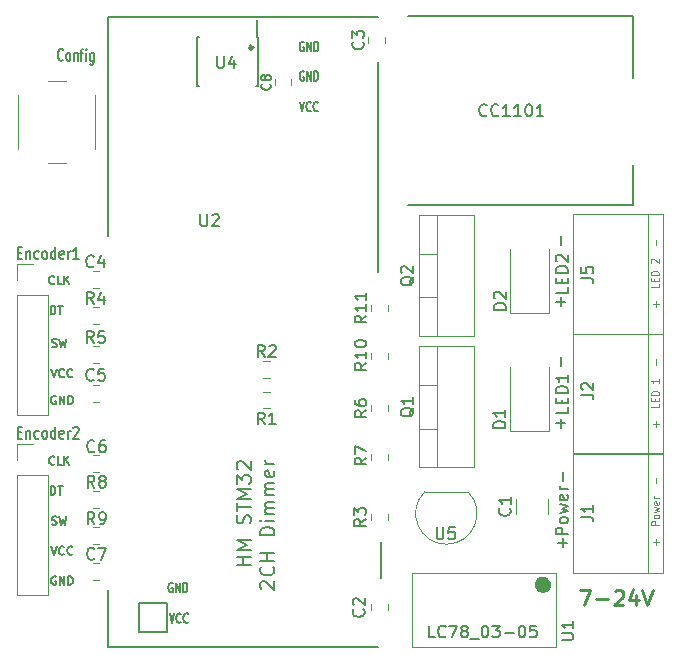
<source format=gto>
G04 #@! TF.GenerationSoftware,KiCad,Pcbnew,(5.1.2)-2*
G04 #@! TF.CreationDate,2019-11-08T23:49:16+01:00*
G04 #@! TF.ProjectId,STM32_2CH_Dimmer,53544d33-325f-4324-9348-5f44696d6d65,rev?*
G04 #@! TF.SameCoordinates,Original*
G04 #@! TF.FileFunction,Legend,Top*
G04 #@! TF.FilePolarity,Positive*
%FSLAX46Y46*%
G04 Gerber Fmt 4.6, Leading zero omitted, Abs format (unit mm)*
G04 Created by KiCad (PCBNEW (5.1.2)-2) date 2019-11-08 23:49:16*
%MOMM*%
%LPD*%
G04 APERTURE LIST*
%ADD10C,0.150000*%
%ADD11C,0.300000*%
%ADD12C,0.125000*%
%ADD13C,0.250000*%
%ADD14C,0.200000*%
%ADD15C,0.120000*%
%ADD16C,1.000000*%
G04 APERTURE END LIST*
D10*
X170500000Y-76261904D02*
X170700000Y-77061904D01*
X170900000Y-76261904D01*
X171442857Y-76985714D02*
X171414285Y-77023809D01*
X171328571Y-77061904D01*
X171271428Y-77061904D01*
X171185714Y-77023809D01*
X171128571Y-76947619D01*
X171100000Y-76871428D01*
X171071428Y-76719047D01*
X171071428Y-76604761D01*
X171100000Y-76452380D01*
X171128571Y-76376190D01*
X171185714Y-76300000D01*
X171271428Y-76261904D01*
X171328571Y-76261904D01*
X171414285Y-76300000D01*
X171442857Y-76338095D01*
X172042857Y-76985714D02*
X172014285Y-77023809D01*
X171928571Y-77061904D01*
X171871428Y-77061904D01*
X171785714Y-77023809D01*
X171728571Y-76947619D01*
X171700000Y-76871428D01*
X171671428Y-76719047D01*
X171671428Y-76604761D01*
X171700000Y-76452380D01*
X171728571Y-76376190D01*
X171785714Y-76300000D01*
X171871428Y-76261904D01*
X171928571Y-76261904D01*
X172014285Y-76300000D01*
X172042857Y-76338095D01*
X170842857Y-73700000D02*
X170785714Y-73661904D01*
X170700000Y-73661904D01*
X170614285Y-73700000D01*
X170557142Y-73776190D01*
X170528571Y-73852380D01*
X170500000Y-74004761D01*
X170500000Y-74119047D01*
X170528571Y-74271428D01*
X170557142Y-74347619D01*
X170614285Y-74423809D01*
X170700000Y-74461904D01*
X170757142Y-74461904D01*
X170842857Y-74423809D01*
X170871428Y-74385714D01*
X170871428Y-74119047D01*
X170757142Y-74119047D01*
X171128571Y-74461904D02*
X171128571Y-73661904D01*
X171471428Y-74461904D01*
X171471428Y-73661904D01*
X171757142Y-74461904D02*
X171757142Y-73661904D01*
X171900000Y-73661904D01*
X171985714Y-73700000D01*
X172042857Y-73776190D01*
X172071428Y-73852380D01*
X172100000Y-74004761D01*
X172100000Y-74119047D01*
X172071428Y-74271428D01*
X172042857Y-74347619D01*
X171985714Y-74423809D01*
X171900000Y-74461904D01*
X171757142Y-74461904D01*
X170842857Y-71200000D02*
X170785714Y-71161904D01*
X170700000Y-71161904D01*
X170614285Y-71200000D01*
X170557142Y-71276190D01*
X170528571Y-71352380D01*
X170500000Y-71504761D01*
X170500000Y-71619047D01*
X170528571Y-71771428D01*
X170557142Y-71847619D01*
X170614285Y-71923809D01*
X170700000Y-71961904D01*
X170757142Y-71961904D01*
X170842857Y-71923809D01*
X170871428Y-71885714D01*
X170871428Y-71619047D01*
X170757142Y-71619047D01*
X171128571Y-71961904D02*
X171128571Y-71161904D01*
X171471428Y-71961904D01*
X171471428Y-71161904D01*
X171757142Y-71961904D02*
X171757142Y-71161904D01*
X171900000Y-71161904D01*
X171985714Y-71200000D01*
X172042857Y-71276190D01*
X172071428Y-71352380D01*
X172100000Y-71504761D01*
X172100000Y-71619047D01*
X172071428Y-71771428D01*
X172042857Y-71847619D01*
X171985714Y-71923809D01*
X171900000Y-71961904D01*
X171757142Y-71961904D01*
X159742857Y-117000000D02*
X159685714Y-116961904D01*
X159600000Y-116961904D01*
X159514285Y-117000000D01*
X159457142Y-117076190D01*
X159428571Y-117152380D01*
X159400000Y-117304761D01*
X159400000Y-117419047D01*
X159428571Y-117571428D01*
X159457142Y-117647619D01*
X159514285Y-117723809D01*
X159600000Y-117761904D01*
X159657142Y-117761904D01*
X159742857Y-117723809D01*
X159771428Y-117685714D01*
X159771428Y-117419047D01*
X159657142Y-117419047D01*
X160028571Y-117761904D02*
X160028571Y-116961904D01*
X160371428Y-117761904D01*
X160371428Y-116961904D01*
X160657142Y-117761904D02*
X160657142Y-116961904D01*
X160800000Y-116961904D01*
X160885714Y-117000000D01*
X160942857Y-117076190D01*
X160971428Y-117152380D01*
X161000000Y-117304761D01*
X161000000Y-117419047D01*
X160971428Y-117571428D01*
X160942857Y-117647619D01*
X160885714Y-117723809D01*
X160800000Y-117761904D01*
X160657142Y-117761904D01*
X159500000Y-119561904D02*
X159700000Y-120361904D01*
X159900000Y-119561904D01*
X160442857Y-120285714D02*
X160414285Y-120323809D01*
X160328571Y-120361904D01*
X160271428Y-120361904D01*
X160185714Y-120323809D01*
X160128571Y-120247619D01*
X160100000Y-120171428D01*
X160071428Y-120019047D01*
X160071428Y-119904761D01*
X160100000Y-119752380D01*
X160128571Y-119676190D01*
X160185714Y-119600000D01*
X160271428Y-119561904D01*
X160328571Y-119561904D01*
X160414285Y-119600000D01*
X160442857Y-119638095D01*
X161042857Y-120285714D02*
X161014285Y-120323809D01*
X160928571Y-120361904D01*
X160871428Y-120361904D01*
X160785714Y-120323809D01*
X160728571Y-120247619D01*
X160700000Y-120171428D01*
X160671428Y-120019047D01*
X160671428Y-119904761D01*
X160700000Y-119752380D01*
X160728571Y-119676190D01*
X160785714Y-119600000D01*
X160871428Y-119561904D01*
X160928571Y-119561904D01*
X161014285Y-119600000D01*
X161042857Y-119638095D01*
X156900000Y-121100000D02*
X156900000Y-118700000D01*
X159300000Y-121100000D02*
X156900000Y-121100000D01*
X159300000Y-118700000D02*
X159300000Y-121100000D01*
X156900000Y-118700000D02*
X159300000Y-118700000D01*
D11*
X166541421Y-71658579D02*
G75*
G03X166541421Y-71658579I-141421J0D01*
G01*
D12*
X200700000Y-113742857D02*
X200700000Y-113285714D01*
X200966666Y-113514285D02*
X200433333Y-113514285D01*
X200966666Y-112085714D02*
X200266666Y-112085714D01*
X200266666Y-111857142D01*
X200300000Y-111800000D01*
X200333333Y-111771428D01*
X200400000Y-111742857D01*
X200500000Y-111742857D01*
X200566666Y-111771428D01*
X200600000Y-111800000D01*
X200633333Y-111857142D01*
X200633333Y-112085714D01*
X200966666Y-111400000D02*
X200933333Y-111457142D01*
X200900000Y-111485714D01*
X200833333Y-111514285D01*
X200633333Y-111514285D01*
X200566666Y-111485714D01*
X200533333Y-111457142D01*
X200500000Y-111400000D01*
X200500000Y-111314285D01*
X200533333Y-111257142D01*
X200566666Y-111228571D01*
X200633333Y-111200000D01*
X200833333Y-111200000D01*
X200900000Y-111228571D01*
X200933333Y-111257142D01*
X200966666Y-111314285D01*
X200966666Y-111400000D01*
X200500000Y-111000000D02*
X200966666Y-110885714D01*
X200633333Y-110771428D01*
X200966666Y-110657142D01*
X200500000Y-110542857D01*
X200933333Y-110085714D02*
X200966666Y-110142857D01*
X200966666Y-110257142D01*
X200933333Y-110314285D01*
X200866666Y-110342857D01*
X200600000Y-110342857D01*
X200533333Y-110314285D01*
X200500000Y-110257142D01*
X200500000Y-110142857D01*
X200533333Y-110085714D01*
X200600000Y-110057142D01*
X200666666Y-110057142D01*
X200733333Y-110342857D01*
X200966666Y-109800000D02*
X200500000Y-109800000D01*
X200633333Y-109800000D02*
X200566666Y-109771428D01*
X200533333Y-109742857D01*
X200500000Y-109685714D01*
X200500000Y-109628571D01*
X200700000Y-108514285D02*
X200700000Y-108057142D01*
X200700000Y-103742857D02*
X200700000Y-103285714D01*
X200966666Y-103514285D02*
X200433333Y-103514285D01*
X200966666Y-101800000D02*
X200966666Y-102085714D01*
X200266666Y-102085714D01*
X200600000Y-101600000D02*
X200600000Y-101400000D01*
X200966666Y-101314285D02*
X200966666Y-101600000D01*
X200266666Y-101600000D01*
X200266666Y-101314285D01*
X200966666Y-101057142D02*
X200266666Y-101057142D01*
X200266666Y-100914285D01*
X200300000Y-100828571D01*
X200366666Y-100771428D01*
X200433333Y-100742857D01*
X200566666Y-100714285D01*
X200666666Y-100714285D01*
X200800000Y-100742857D01*
X200866666Y-100771428D01*
X200933333Y-100828571D01*
X200966666Y-100914285D01*
X200966666Y-101057142D01*
X200966666Y-99685714D02*
X200966666Y-100028571D01*
X200966666Y-99857142D02*
X200266666Y-99857142D01*
X200366666Y-99914285D01*
X200433333Y-99971428D01*
X200466666Y-100028571D01*
X200700000Y-98514285D02*
X200700000Y-98057142D01*
X200650000Y-93592857D02*
X200650000Y-93135714D01*
X200916666Y-93364285D02*
X200383333Y-93364285D01*
X200916666Y-91650000D02*
X200916666Y-91935714D01*
X200216666Y-91935714D01*
X200550000Y-91450000D02*
X200550000Y-91250000D01*
X200916666Y-91164285D02*
X200916666Y-91450000D01*
X200216666Y-91450000D01*
X200216666Y-91164285D01*
X200916666Y-90907142D02*
X200216666Y-90907142D01*
X200216666Y-90764285D01*
X200250000Y-90678571D01*
X200316666Y-90621428D01*
X200383333Y-90592857D01*
X200516666Y-90564285D01*
X200616666Y-90564285D01*
X200750000Y-90592857D01*
X200816666Y-90621428D01*
X200883333Y-90678571D01*
X200916666Y-90764285D01*
X200916666Y-90907142D01*
X200283333Y-89878571D02*
X200250000Y-89850000D01*
X200216666Y-89792857D01*
X200216666Y-89650000D01*
X200250000Y-89592857D01*
X200283333Y-89564285D01*
X200350000Y-89535714D01*
X200416666Y-89535714D01*
X200516666Y-89564285D01*
X200916666Y-89907142D01*
X200916666Y-89535714D01*
X200650000Y-88364285D02*
X200650000Y-87907142D01*
D10*
X192771428Y-108380952D02*
X192771428Y-107619047D01*
X192419047Y-113571428D02*
X193180952Y-113571428D01*
X192800000Y-113952380D02*
X192800000Y-113190476D01*
D13*
X194256666Y-117572095D02*
X195123333Y-117572095D01*
X194566190Y-118872095D01*
X195618571Y-118376857D02*
X196609047Y-118376857D01*
X197166190Y-117695904D02*
X197228095Y-117634000D01*
X197351904Y-117572095D01*
X197661428Y-117572095D01*
X197785238Y-117634000D01*
X197847142Y-117695904D01*
X197909047Y-117819714D01*
X197909047Y-117943523D01*
X197847142Y-118129238D01*
X197104285Y-118872095D01*
X197909047Y-118872095D01*
X199023333Y-118005428D02*
X199023333Y-118872095D01*
X198713809Y-117510190D02*
X198404285Y-118438761D01*
X199209047Y-118438761D01*
X199518571Y-117572095D02*
X199951904Y-118872095D01*
X200385238Y-117572095D01*
D10*
X192671428Y-98580952D02*
X192671428Y-97819047D01*
X192671428Y-88380952D02*
X192671428Y-87619047D01*
X192219047Y-93171428D02*
X192980952Y-93171428D01*
X192600000Y-93552380D02*
X192600000Y-92790476D01*
X192219047Y-103471428D02*
X192980952Y-103471428D01*
X192600000Y-103852380D02*
X192600000Y-103090476D01*
D14*
X166362857Y-115431428D02*
X165162857Y-115431428D01*
X165734285Y-115431428D02*
X165734285Y-114745714D01*
X166362857Y-114745714D02*
X165162857Y-114745714D01*
X166362857Y-114174285D02*
X165162857Y-114174285D01*
X166020000Y-113774285D01*
X165162857Y-113374285D01*
X166362857Y-113374285D01*
X166305714Y-111945714D02*
X166362857Y-111774285D01*
X166362857Y-111488571D01*
X166305714Y-111374285D01*
X166248571Y-111317142D01*
X166134285Y-111260000D01*
X166020000Y-111260000D01*
X165905714Y-111317142D01*
X165848571Y-111374285D01*
X165791428Y-111488571D01*
X165734285Y-111717142D01*
X165677142Y-111831428D01*
X165620000Y-111888571D01*
X165505714Y-111945714D01*
X165391428Y-111945714D01*
X165277142Y-111888571D01*
X165220000Y-111831428D01*
X165162857Y-111717142D01*
X165162857Y-111431428D01*
X165220000Y-111260000D01*
X165162857Y-110917142D02*
X165162857Y-110231428D01*
X166362857Y-110574285D02*
X165162857Y-110574285D01*
X166362857Y-109831428D02*
X165162857Y-109831428D01*
X166020000Y-109431428D01*
X165162857Y-109031428D01*
X166362857Y-109031428D01*
X165162857Y-108574285D02*
X165162857Y-107831428D01*
X165620000Y-108231428D01*
X165620000Y-108060000D01*
X165677142Y-107945714D01*
X165734285Y-107888571D01*
X165848571Y-107831428D01*
X166134285Y-107831428D01*
X166248571Y-107888571D01*
X166305714Y-107945714D01*
X166362857Y-108060000D01*
X166362857Y-108402857D01*
X166305714Y-108517142D01*
X166248571Y-108574285D01*
X165277142Y-107374285D02*
X165220000Y-107317142D01*
X165162857Y-107202857D01*
X165162857Y-106917142D01*
X165220000Y-106802857D01*
X165277142Y-106745714D01*
X165391428Y-106688571D01*
X165505714Y-106688571D01*
X165677142Y-106745714D01*
X166362857Y-107431428D01*
X166362857Y-106688571D01*
X167277142Y-117488571D02*
X167220000Y-117431428D01*
X167162857Y-117317142D01*
X167162857Y-117031428D01*
X167220000Y-116917142D01*
X167277142Y-116860000D01*
X167391428Y-116802857D01*
X167505714Y-116802857D01*
X167677142Y-116860000D01*
X168362857Y-117545714D01*
X168362857Y-116802857D01*
X168248571Y-115602857D02*
X168305714Y-115660000D01*
X168362857Y-115831428D01*
X168362857Y-115945714D01*
X168305714Y-116117142D01*
X168191428Y-116231428D01*
X168077142Y-116288571D01*
X167848571Y-116345714D01*
X167677142Y-116345714D01*
X167448571Y-116288571D01*
X167334285Y-116231428D01*
X167220000Y-116117142D01*
X167162857Y-115945714D01*
X167162857Y-115831428D01*
X167220000Y-115660000D01*
X167277142Y-115602857D01*
X168362857Y-115088571D02*
X167162857Y-115088571D01*
X167734285Y-115088571D02*
X167734285Y-114402857D01*
X168362857Y-114402857D02*
X167162857Y-114402857D01*
X168362857Y-112917142D02*
X167162857Y-112917142D01*
X167162857Y-112631428D01*
X167220000Y-112460000D01*
X167334285Y-112345714D01*
X167448571Y-112288571D01*
X167677142Y-112231428D01*
X167848571Y-112231428D01*
X168077142Y-112288571D01*
X168191428Y-112345714D01*
X168305714Y-112460000D01*
X168362857Y-112631428D01*
X168362857Y-112917142D01*
X168362857Y-111717142D02*
X167562857Y-111717142D01*
X167162857Y-111717142D02*
X167220000Y-111774285D01*
X167277142Y-111717142D01*
X167220000Y-111660000D01*
X167162857Y-111717142D01*
X167277142Y-111717142D01*
X168362857Y-111145714D02*
X167562857Y-111145714D01*
X167677142Y-111145714D02*
X167620000Y-111088571D01*
X167562857Y-110974285D01*
X167562857Y-110802857D01*
X167620000Y-110688571D01*
X167734285Y-110631428D01*
X168362857Y-110631428D01*
X167734285Y-110631428D02*
X167620000Y-110574285D01*
X167562857Y-110460000D01*
X167562857Y-110288571D01*
X167620000Y-110174285D01*
X167734285Y-110117142D01*
X168362857Y-110117142D01*
X168362857Y-109545714D02*
X167562857Y-109545714D01*
X167677142Y-109545714D02*
X167620000Y-109488571D01*
X167562857Y-109374285D01*
X167562857Y-109202857D01*
X167620000Y-109088571D01*
X167734285Y-109031428D01*
X168362857Y-109031428D01*
X167734285Y-109031428D02*
X167620000Y-108974285D01*
X167562857Y-108860000D01*
X167562857Y-108688571D01*
X167620000Y-108574285D01*
X167734285Y-108517142D01*
X168362857Y-108517142D01*
X168305714Y-107488571D02*
X168362857Y-107602857D01*
X168362857Y-107831428D01*
X168305714Y-107945714D01*
X168191428Y-108002857D01*
X167734285Y-108002857D01*
X167620000Y-107945714D01*
X167562857Y-107831428D01*
X167562857Y-107602857D01*
X167620000Y-107488571D01*
X167734285Y-107431428D01*
X167848571Y-107431428D01*
X167962857Y-108002857D01*
X168362857Y-106917142D02*
X167562857Y-106917142D01*
X167791428Y-106917142D02*
X167677142Y-106860000D01*
X167620000Y-106802857D01*
X167562857Y-106688571D01*
X167562857Y-106574285D01*
D10*
X149854666Y-116460000D02*
X149788000Y-116426666D01*
X149688000Y-116426666D01*
X149588000Y-116460000D01*
X149521333Y-116526666D01*
X149488000Y-116593333D01*
X149454666Y-116726666D01*
X149454666Y-116826666D01*
X149488000Y-116960000D01*
X149521333Y-117026666D01*
X149588000Y-117093333D01*
X149688000Y-117126666D01*
X149754666Y-117126666D01*
X149854666Y-117093333D01*
X149888000Y-117060000D01*
X149888000Y-116826666D01*
X149754666Y-116826666D01*
X150188000Y-117126666D02*
X150188000Y-116426666D01*
X150588000Y-117126666D01*
X150588000Y-116426666D01*
X150921333Y-117126666D02*
X150921333Y-116426666D01*
X151088000Y-116426666D01*
X151188000Y-116460000D01*
X151254666Y-116526666D01*
X151288000Y-116593333D01*
X151321333Y-116726666D01*
X151321333Y-116826666D01*
X151288000Y-116960000D01*
X151254666Y-117026666D01*
X151188000Y-117093333D01*
X151088000Y-117126666D01*
X150921333Y-117126666D01*
X149454666Y-113886666D02*
X149688000Y-114586666D01*
X149921333Y-113886666D01*
X150554666Y-114520000D02*
X150521333Y-114553333D01*
X150421333Y-114586666D01*
X150354666Y-114586666D01*
X150254666Y-114553333D01*
X150188000Y-114486666D01*
X150154666Y-114420000D01*
X150121333Y-114286666D01*
X150121333Y-114186666D01*
X150154666Y-114053333D01*
X150188000Y-113986666D01*
X150254666Y-113920000D01*
X150354666Y-113886666D01*
X150421333Y-113886666D01*
X150521333Y-113920000D01*
X150554666Y-113953333D01*
X151254666Y-114520000D02*
X151221333Y-114553333D01*
X151121333Y-114586666D01*
X151054666Y-114586666D01*
X150954666Y-114553333D01*
X150888000Y-114486666D01*
X150854666Y-114420000D01*
X150821333Y-114286666D01*
X150821333Y-114186666D01*
X150854666Y-114053333D01*
X150888000Y-113986666D01*
X150954666Y-113920000D01*
X151054666Y-113886666D01*
X151121333Y-113886666D01*
X151221333Y-113920000D01*
X151254666Y-113953333D01*
X149534000Y-112013333D02*
X149634000Y-112046666D01*
X149800666Y-112046666D01*
X149867333Y-112013333D01*
X149900666Y-111980000D01*
X149934000Y-111913333D01*
X149934000Y-111846666D01*
X149900666Y-111780000D01*
X149867333Y-111746666D01*
X149800666Y-111713333D01*
X149667333Y-111680000D01*
X149600666Y-111646666D01*
X149567333Y-111613333D01*
X149534000Y-111546666D01*
X149534000Y-111480000D01*
X149567333Y-111413333D01*
X149600666Y-111380000D01*
X149667333Y-111346666D01*
X149834000Y-111346666D01*
X149934000Y-111380000D01*
X150167333Y-111346666D02*
X150334000Y-112046666D01*
X150467333Y-111546666D01*
X150600666Y-112046666D01*
X150767333Y-111346666D01*
X149430000Y-109506666D02*
X149430000Y-108806666D01*
X149596666Y-108806666D01*
X149696666Y-108840000D01*
X149763333Y-108906666D01*
X149796666Y-108973333D01*
X149830000Y-109106666D01*
X149830000Y-109206666D01*
X149796666Y-109340000D01*
X149763333Y-109406666D01*
X149696666Y-109473333D01*
X149596666Y-109506666D01*
X149430000Y-109506666D01*
X150030000Y-108806666D02*
X150430000Y-108806666D01*
X150230000Y-109506666D02*
X150230000Y-108806666D01*
X149717333Y-106900000D02*
X149684000Y-106933333D01*
X149584000Y-106966666D01*
X149517333Y-106966666D01*
X149417333Y-106933333D01*
X149350666Y-106866666D01*
X149317333Y-106800000D01*
X149284000Y-106666666D01*
X149284000Y-106566666D01*
X149317333Y-106433333D01*
X149350666Y-106366666D01*
X149417333Y-106300000D01*
X149517333Y-106266666D01*
X149584000Y-106266666D01*
X149684000Y-106300000D01*
X149717333Y-106333333D01*
X150350666Y-106966666D02*
X150017333Y-106966666D01*
X150017333Y-106266666D01*
X150584000Y-106966666D02*
X150584000Y-106266666D01*
X150984000Y-106966666D02*
X150684000Y-106566666D01*
X150984000Y-106266666D02*
X150584000Y-106666666D01*
X149717333Y-91610000D02*
X149684000Y-91643333D01*
X149584000Y-91676666D01*
X149517333Y-91676666D01*
X149417333Y-91643333D01*
X149350666Y-91576666D01*
X149317333Y-91510000D01*
X149284000Y-91376666D01*
X149284000Y-91276666D01*
X149317333Y-91143333D01*
X149350666Y-91076666D01*
X149417333Y-91010000D01*
X149517333Y-90976666D01*
X149584000Y-90976666D01*
X149684000Y-91010000D01*
X149717333Y-91043333D01*
X150350666Y-91676666D02*
X150017333Y-91676666D01*
X150017333Y-90976666D01*
X150584000Y-91676666D02*
X150584000Y-90976666D01*
X150984000Y-91676666D02*
X150684000Y-91276666D01*
X150984000Y-90976666D02*
X150584000Y-91376666D01*
X149430000Y-94216666D02*
X149430000Y-93516666D01*
X149596666Y-93516666D01*
X149696666Y-93550000D01*
X149763333Y-93616666D01*
X149796666Y-93683333D01*
X149830000Y-93816666D01*
X149830000Y-93916666D01*
X149796666Y-94050000D01*
X149763333Y-94116666D01*
X149696666Y-94183333D01*
X149596666Y-94216666D01*
X149430000Y-94216666D01*
X150030000Y-93516666D02*
X150430000Y-93516666D01*
X150230000Y-94216666D02*
X150230000Y-93516666D01*
X149534000Y-96977333D02*
X149634000Y-97010666D01*
X149800666Y-97010666D01*
X149867333Y-96977333D01*
X149900666Y-96944000D01*
X149934000Y-96877333D01*
X149934000Y-96810666D01*
X149900666Y-96744000D01*
X149867333Y-96710666D01*
X149800666Y-96677333D01*
X149667333Y-96644000D01*
X149600666Y-96610666D01*
X149567333Y-96577333D01*
X149534000Y-96510666D01*
X149534000Y-96444000D01*
X149567333Y-96377333D01*
X149600666Y-96344000D01*
X149667333Y-96310666D01*
X149834000Y-96310666D01*
X149934000Y-96344000D01*
X150167333Y-96310666D02*
X150334000Y-97010666D01*
X150467333Y-96510666D01*
X150600666Y-97010666D01*
X150767333Y-96310666D01*
X149454666Y-98850666D02*
X149688000Y-99550666D01*
X149921333Y-98850666D01*
X150554666Y-99484000D02*
X150521333Y-99517333D01*
X150421333Y-99550666D01*
X150354666Y-99550666D01*
X150254666Y-99517333D01*
X150188000Y-99450666D01*
X150154666Y-99384000D01*
X150121333Y-99250666D01*
X150121333Y-99150666D01*
X150154666Y-99017333D01*
X150188000Y-98950666D01*
X150254666Y-98884000D01*
X150354666Y-98850666D01*
X150421333Y-98850666D01*
X150521333Y-98884000D01*
X150554666Y-98917333D01*
X151254666Y-99484000D02*
X151221333Y-99517333D01*
X151121333Y-99550666D01*
X151054666Y-99550666D01*
X150954666Y-99517333D01*
X150888000Y-99450666D01*
X150854666Y-99384000D01*
X150821333Y-99250666D01*
X150821333Y-99150666D01*
X150854666Y-99017333D01*
X150888000Y-98950666D01*
X150954666Y-98884000D01*
X151054666Y-98850666D01*
X151121333Y-98850666D01*
X151221333Y-98884000D01*
X151254666Y-98917333D01*
X149854666Y-101170000D02*
X149788000Y-101136666D01*
X149688000Y-101136666D01*
X149588000Y-101170000D01*
X149521333Y-101236666D01*
X149488000Y-101303333D01*
X149454666Y-101436666D01*
X149454666Y-101536666D01*
X149488000Y-101670000D01*
X149521333Y-101736666D01*
X149588000Y-101803333D01*
X149688000Y-101836666D01*
X149754666Y-101836666D01*
X149854666Y-101803333D01*
X149888000Y-101770000D01*
X149888000Y-101536666D01*
X149754666Y-101536666D01*
X150188000Y-101836666D02*
X150188000Y-101136666D01*
X150588000Y-101836666D01*
X150588000Y-101136666D01*
X150921333Y-101836666D02*
X150921333Y-101136666D01*
X151088000Y-101136666D01*
X151188000Y-101170000D01*
X151254666Y-101236666D01*
X151288000Y-101303333D01*
X151321333Y-101436666D01*
X151321333Y-101536666D01*
X151288000Y-101670000D01*
X151254666Y-101736666D01*
X151188000Y-101803333D01*
X151088000Y-101836666D01*
X150921333Y-101836666D01*
D15*
X180630000Y-89109000D02*
X182140000Y-89109000D01*
X180630000Y-92810000D02*
X182140000Y-92810000D01*
X182140000Y-96080000D02*
X182140000Y-85840000D01*
X180630000Y-85840000D02*
X185271000Y-85840000D01*
X180630000Y-96080000D02*
X185271000Y-96080000D01*
X185271000Y-96080000D02*
X185271000Y-85840000D01*
X180630000Y-96080000D02*
X180630000Y-85840000D01*
D10*
X155575000Y-69088000D02*
X154305000Y-69088000D01*
X177165000Y-69088000D02*
X175895000Y-69088000D01*
X155575000Y-122428000D02*
X154305000Y-122428000D01*
X177165000Y-122428000D02*
X175895000Y-122428000D01*
X175895000Y-122428000D02*
X155575000Y-122428000D01*
X175895000Y-69088000D02*
X155575000Y-69088000D01*
X154305000Y-87630000D02*
X154305000Y-69088000D01*
X177165000Y-72898000D02*
X177165000Y-90678000D01*
X177419000Y-113538000D02*
X177419000Y-116586000D01*
X154305000Y-117602000D02*
X154305000Y-122428000D01*
D15*
X179998000Y-122440000D02*
X179998000Y-116162000D01*
X179998000Y-116162000D02*
X192190000Y-116162000D01*
X179998000Y-122440000D02*
X192190000Y-122440000D01*
X192190000Y-122440000D02*
X192190000Y-116162000D01*
D16*
X191300000Y-117140000D02*
G75*
G03X191300000Y-117140000I-200000J0D01*
G01*
D15*
X188840000Y-111102064D02*
X188840000Y-109897936D01*
X191560000Y-111102064D02*
X191560000Y-109897936D01*
D10*
X179700000Y-85000000D02*
X198700000Y-85000000D01*
X198700000Y-74206000D02*
X198700000Y-69000000D01*
X198700000Y-69000000D02*
X179700000Y-69000000D01*
X198700000Y-85000000D02*
X198700000Y-81572000D01*
D15*
X199990000Y-95880000D02*
X199990000Y-106040000D01*
X201260000Y-95880000D02*
X193640000Y-95880000D01*
X193640000Y-95880000D02*
X193640000Y-106040000D01*
X193640000Y-106040000D02*
X201260000Y-106040000D01*
X201260000Y-106040000D02*
X201260000Y-95880000D01*
X199990000Y-85780000D02*
X199990000Y-95940000D01*
X201260000Y-85780000D02*
X193640000Y-85780000D01*
X193640000Y-85780000D02*
X193640000Y-95940000D01*
X193640000Y-95940000D02*
X201260000Y-95940000D01*
X201260000Y-95940000D02*
X201260000Y-85780000D01*
X169810000Y-74861252D02*
X169810000Y-74338748D01*
X168390000Y-74861252D02*
X168390000Y-74338748D01*
X180630000Y-100209000D02*
X182140000Y-100209000D01*
X180630000Y-103910000D02*
X182140000Y-103910000D01*
X182140000Y-107180000D02*
X182140000Y-96940000D01*
X180630000Y-96940000D02*
X185271000Y-96940000D01*
X180630000Y-107180000D02*
X185271000Y-107180000D01*
X185271000Y-107180000D02*
X185271000Y-96940000D01*
X180630000Y-107180000D02*
X180630000Y-96940000D01*
X176290000Y-70738748D02*
X176290000Y-71261252D01*
X177710000Y-70738748D02*
X177710000Y-71261252D01*
X150700000Y-74450000D02*
X149200000Y-74450000D01*
X146700000Y-75700000D02*
X146700000Y-80200000D01*
X149200000Y-81450000D02*
X150700000Y-81450000D01*
X153200000Y-80200000D02*
X153200000Y-75700000D01*
X176540000Y-119311252D02*
X176540000Y-118788748D01*
X177960000Y-119311252D02*
X177960000Y-118788748D01*
X199990000Y-105980000D02*
X199990000Y-116140000D01*
X201260000Y-105980000D02*
X193640000Y-105980000D01*
X193640000Y-105980000D02*
X193640000Y-116140000D01*
X193640000Y-116140000D02*
X201260000Y-116140000D01*
X201260000Y-116140000D02*
X201260000Y-105980000D01*
X188350000Y-94100000D02*
X191650000Y-94100000D01*
X191650000Y-94100000D02*
X191650000Y-88700000D01*
X188350000Y-94100000D02*
X188350000Y-88700000D01*
X167961252Y-100790000D02*
X167438748Y-100790000D01*
X167961252Y-102210000D02*
X167438748Y-102210000D01*
X167961252Y-99610000D02*
X167438748Y-99610000D01*
X167961252Y-98190000D02*
X167438748Y-98190000D01*
X176590000Y-111661252D02*
X176590000Y-111138748D01*
X178010000Y-111661252D02*
X178010000Y-111138748D01*
D10*
X166975000Y-70725000D02*
X166925000Y-70725000D01*
X166975000Y-74875000D02*
X166830000Y-74875000D01*
X161825000Y-74875000D02*
X161970000Y-74875000D01*
X161825000Y-70725000D02*
X161970000Y-70725000D01*
X166975000Y-70725000D02*
X166975000Y-74875000D01*
X161825000Y-70725000D02*
X161825000Y-74875000D01*
X166925000Y-70725000D02*
X166925000Y-69325000D01*
D15*
X188350000Y-104100000D02*
X191650000Y-104100000D01*
X191650000Y-104100000D02*
X191650000Y-98700000D01*
X188350000Y-104100000D02*
X188350000Y-98700000D01*
X146568000Y-102800000D02*
X149228000Y-102800000D01*
X146568000Y-92580000D02*
X146568000Y-102800000D01*
X149228000Y-92580000D02*
X149228000Y-102800000D01*
X146568000Y-92580000D02*
X149228000Y-92580000D01*
X146568000Y-91310000D02*
X146568000Y-89980000D01*
X146568000Y-89980000D02*
X147898000Y-89980000D01*
X146568000Y-118040000D02*
X149228000Y-118040000D01*
X146568000Y-107820000D02*
X146568000Y-118040000D01*
X149228000Y-107820000D02*
X149228000Y-118040000D01*
X146568000Y-107820000D02*
X149228000Y-107820000D01*
X146568000Y-106550000D02*
X146568000Y-105220000D01*
X146568000Y-105220000D02*
X147898000Y-105220000D01*
X184730000Y-109250000D02*
X181130000Y-109250000D01*
X184768478Y-109261522D02*
G75*
G02X182930000Y-113700000I-1838478J-1838478D01*
G01*
X181091522Y-109261522D02*
G75*
G03X182930000Y-113700000I1838478J-1838478D01*
G01*
X152970748Y-90600000D02*
X153493252Y-90600000D01*
X152970748Y-92020000D02*
X153493252Y-92020000D01*
X152970748Y-106144000D02*
X153493252Y-106144000D01*
X152970748Y-107564000D02*
X153493252Y-107564000D01*
X153493252Y-100252000D02*
X152970748Y-100252000D01*
X153493252Y-101672000D02*
X152970748Y-101672000D01*
X153493252Y-115288000D02*
X152970748Y-115288000D01*
X153493252Y-116708000D02*
X152970748Y-116708000D01*
X153493252Y-95068000D02*
X152970748Y-95068000D01*
X153493252Y-93648000D02*
X152970748Y-93648000D01*
X153493252Y-96950000D02*
X152970748Y-96950000D01*
X153493252Y-98370000D02*
X152970748Y-98370000D01*
X153493252Y-110612000D02*
X152970748Y-110612000D01*
X153493252Y-109192000D02*
X152970748Y-109192000D01*
X153493252Y-112240000D02*
X152970748Y-112240000D01*
X153493252Y-113660000D02*
X152970748Y-113660000D01*
X178010000Y-102461252D02*
X178010000Y-101938748D01*
X176590000Y-102461252D02*
X176590000Y-101938748D01*
X176590000Y-106561252D02*
X176590000Y-106038748D01*
X178010000Y-106561252D02*
X178010000Y-106038748D01*
X176590000Y-97538748D02*
X176590000Y-98061252D01*
X178010000Y-97538748D02*
X178010000Y-98061252D01*
X178010000Y-93438748D02*
X178010000Y-93961252D01*
X176590000Y-93438748D02*
X176590000Y-93961252D01*
D10*
X180177619Y-91055238D02*
X180130000Y-91150476D01*
X180034761Y-91245714D01*
X179891904Y-91388571D01*
X179844285Y-91483809D01*
X179844285Y-91579047D01*
X180082380Y-91531428D02*
X180034761Y-91626666D01*
X179939523Y-91721904D01*
X179749047Y-91769523D01*
X179415714Y-91769523D01*
X179225238Y-91721904D01*
X179130000Y-91626666D01*
X179082380Y-91531428D01*
X179082380Y-91340952D01*
X179130000Y-91245714D01*
X179225238Y-91150476D01*
X179415714Y-91102857D01*
X179749047Y-91102857D01*
X179939523Y-91150476D01*
X180034761Y-91245714D01*
X180082380Y-91340952D01*
X180082380Y-91531428D01*
X179177619Y-90721904D02*
X179130000Y-90674285D01*
X179082380Y-90579047D01*
X179082380Y-90340952D01*
X179130000Y-90245714D01*
X179177619Y-90198095D01*
X179272857Y-90150476D01*
X179368095Y-90150476D01*
X179510952Y-90198095D01*
X180082380Y-90769523D01*
X180082380Y-90150476D01*
X162108095Y-85772380D02*
X162108095Y-86581904D01*
X162155714Y-86677142D01*
X162203333Y-86724761D01*
X162298571Y-86772380D01*
X162489047Y-86772380D01*
X162584285Y-86724761D01*
X162631904Y-86677142D01*
X162679523Y-86581904D01*
X162679523Y-85772380D01*
X163108095Y-85867619D02*
X163155714Y-85820000D01*
X163250952Y-85772380D01*
X163489047Y-85772380D01*
X163584285Y-85820000D01*
X163631904Y-85867619D01*
X163679523Y-85962857D01*
X163679523Y-86058095D01*
X163631904Y-86200952D01*
X163060476Y-86772380D01*
X163679523Y-86772380D01*
X192682380Y-121811904D02*
X193491904Y-121811904D01*
X193587142Y-121764285D01*
X193634761Y-121716666D01*
X193682380Y-121621428D01*
X193682380Y-121430952D01*
X193634761Y-121335714D01*
X193587142Y-121288095D01*
X193491904Y-121240476D01*
X192682380Y-121240476D01*
X193682380Y-120240476D02*
X193682380Y-120811904D01*
X193682380Y-120526190D02*
X192682380Y-120526190D01*
X192825238Y-120621428D01*
X192920476Y-120716666D01*
X192968095Y-120811904D01*
X181952380Y-121592380D02*
X181476190Y-121592380D01*
X181476190Y-120592380D01*
X182857142Y-121497142D02*
X182809523Y-121544761D01*
X182666666Y-121592380D01*
X182571428Y-121592380D01*
X182428571Y-121544761D01*
X182333333Y-121449523D01*
X182285714Y-121354285D01*
X182238095Y-121163809D01*
X182238095Y-121020952D01*
X182285714Y-120830476D01*
X182333333Y-120735238D01*
X182428571Y-120640000D01*
X182571428Y-120592380D01*
X182666666Y-120592380D01*
X182809523Y-120640000D01*
X182857142Y-120687619D01*
X183190476Y-120592380D02*
X183857142Y-120592380D01*
X183428571Y-121592380D01*
X184380952Y-121020952D02*
X184285714Y-120973333D01*
X184238095Y-120925714D01*
X184190476Y-120830476D01*
X184190476Y-120782857D01*
X184238095Y-120687619D01*
X184285714Y-120640000D01*
X184380952Y-120592380D01*
X184571428Y-120592380D01*
X184666666Y-120640000D01*
X184714285Y-120687619D01*
X184761904Y-120782857D01*
X184761904Y-120830476D01*
X184714285Y-120925714D01*
X184666666Y-120973333D01*
X184571428Y-121020952D01*
X184380952Y-121020952D01*
X184285714Y-121068571D01*
X184238095Y-121116190D01*
X184190476Y-121211428D01*
X184190476Y-121401904D01*
X184238095Y-121497142D01*
X184285714Y-121544761D01*
X184380952Y-121592380D01*
X184571428Y-121592380D01*
X184666666Y-121544761D01*
X184714285Y-121497142D01*
X184761904Y-121401904D01*
X184761904Y-121211428D01*
X184714285Y-121116190D01*
X184666666Y-121068571D01*
X184571428Y-121020952D01*
X184952380Y-121687619D02*
X185714285Y-121687619D01*
X186142857Y-120592380D02*
X186238095Y-120592380D01*
X186333333Y-120640000D01*
X186380952Y-120687619D01*
X186428571Y-120782857D01*
X186476190Y-120973333D01*
X186476190Y-121211428D01*
X186428571Y-121401904D01*
X186380952Y-121497142D01*
X186333333Y-121544761D01*
X186238095Y-121592380D01*
X186142857Y-121592380D01*
X186047619Y-121544761D01*
X186000000Y-121497142D01*
X185952380Y-121401904D01*
X185904761Y-121211428D01*
X185904761Y-120973333D01*
X185952380Y-120782857D01*
X186000000Y-120687619D01*
X186047619Y-120640000D01*
X186142857Y-120592380D01*
X186809523Y-120592380D02*
X187428571Y-120592380D01*
X187095238Y-120973333D01*
X187238095Y-120973333D01*
X187333333Y-121020952D01*
X187380952Y-121068571D01*
X187428571Y-121163809D01*
X187428571Y-121401904D01*
X187380952Y-121497142D01*
X187333333Y-121544761D01*
X187238095Y-121592380D01*
X186952380Y-121592380D01*
X186857142Y-121544761D01*
X186809523Y-121497142D01*
X187857142Y-121211428D02*
X188619047Y-121211428D01*
X189285714Y-120592380D02*
X189380952Y-120592380D01*
X189476190Y-120640000D01*
X189523809Y-120687619D01*
X189571428Y-120782857D01*
X189619047Y-120973333D01*
X189619047Y-121211428D01*
X189571428Y-121401904D01*
X189523809Y-121497142D01*
X189476190Y-121544761D01*
X189380952Y-121592380D01*
X189285714Y-121592380D01*
X189190476Y-121544761D01*
X189142857Y-121497142D01*
X189095238Y-121401904D01*
X189047619Y-121211428D01*
X189047619Y-120973333D01*
X189095238Y-120782857D01*
X189142857Y-120687619D01*
X189190476Y-120640000D01*
X189285714Y-120592380D01*
X190523809Y-120592380D02*
X190047619Y-120592380D01*
X190000000Y-121068571D01*
X190047619Y-121020952D01*
X190142857Y-120973333D01*
X190380952Y-120973333D01*
X190476190Y-121020952D01*
X190523809Y-121068571D01*
X190571428Y-121163809D01*
X190571428Y-121401904D01*
X190523809Y-121497142D01*
X190476190Y-121544761D01*
X190380952Y-121592380D01*
X190142857Y-121592380D01*
X190047619Y-121544761D01*
X190000000Y-121497142D01*
X188277142Y-110666666D02*
X188324761Y-110714285D01*
X188372380Y-110857142D01*
X188372380Y-110952380D01*
X188324761Y-111095238D01*
X188229523Y-111190476D01*
X188134285Y-111238095D01*
X187943809Y-111285714D01*
X187800952Y-111285714D01*
X187610476Y-111238095D01*
X187515238Y-111190476D01*
X187420000Y-111095238D01*
X187372380Y-110952380D01*
X187372380Y-110857142D01*
X187420000Y-110714285D01*
X187467619Y-110666666D01*
X188372380Y-109714285D02*
X188372380Y-110285714D01*
X188372380Y-110000000D02*
X187372380Y-110000000D01*
X187515238Y-110095238D01*
X187610476Y-110190476D01*
X187658095Y-110285714D01*
X186334761Y-77357142D02*
X186287142Y-77404761D01*
X186144285Y-77452380D01*
X186049047Y-77452380D01*
X185906190Y-77404761D01*
X185810952Y-77309523D01*
X185763333Y-77214285D01*
X185715714Y-77023809D01*
X185715714Y-76880952D01*
X185763333Y-76690476D01*
X185810952Y-76595238D01*
X185906190Y-76500000D01*
X186049047Y-76452380D01*
X186144285Y-76452380D01*
X186287142Y-76500000D01*
X186334761Y-76547619D01*
X187334761Y-77357142D02*
X187287142Y-77404761D01*
X187144285Y-77452380D01*
X187049047Y-77452380D01*
X186906190Y-77404761D01*
X186810952Y-77309523D01*
X186763333Y-77214285D01*
X186715714Y-77023809D01*
X186715714Y-76880952D01*
X186763333Y-76690476D01*
X186810952Y-76595238D01*
X186906190Y-76500000D01*
X187049047Y-76452380D01*
X187144285Y-76452380D01*
X187287142Y-76500000D01*
X187334761Y-76547619D01*
X188287142Y-77452380D02*
X187715714Y-77452380D01*
X188001428Y-77452380D02*
X188001428Y-76452380D01*
X187906190Y-76595238D01*
X187810952Y-76690476D01*
X187715714Y-76738095D01*
X189239523Y-77452380D02*
X188668095Y-77452380D01*
X188953809Y-77452380D02*
X188953809Y-76452380D01*
X188858571Y-76595238D01*
X188763333Y-76690476D01*
X188668095Y-76738095D01*
X189858571Y-76452380D02*
X189953809Y-76452380D01*
X190049047Y-76500000D01*
X190096666Y-76547619D01*
X190144285Y-76642857D01*
X190191904Y-76833333D01*
X190191904Y-77071428D01*
X190144285Y-77261904D01*
X190096666Y-77357142D01*
X190049047Y-77404761D01*
X189953809Y-77452380D01*
X189858571Y-77452380D01*
X189763333Y-77404761D01*
X189715714Y-77357142D01*
X189668095Y-77261904D01*
X189620476Y-77071428D01*
X189620476Y-76833333D01*
X189668095Y-76642857D01*
X189715714Y-76547619D01*
X189763333Y-76500000D01*
X189858571Y-76452380D01*
X191144285Y-77452380D02*
X190572857Y-77452380D01*
X190858571Y-77452380D02*
X190858571Y-76452380D01*
X190763333Y-76595238D01*
X190668095Y-76690476D01*
X190572857Y-76738095D01*
X194362380Y-101039333D02*
X195076666Y-101039333D01*
X195219523Y-101086952D01*
X195314761Y-101182190D01*
X195362380Y-101325047D01*
X195362380Y-101420285D01*
X194457619Y-100610761D02*
X194410000Y-100563142D01*
X194362380Y-100467904D01*
X194362380Y-100229809D01*
X194410000Y-100134571D01*
X194457619Y-100086952D01*
X194552857Y-100039333D01*
X194648095Y-100039333D01*
X194790952Y-100086952D01*
X195362380Y-100658380D01*
X195362380Y-100039333D01*
X193202380Y-102119047D02*
X193202380Y-102595238D01*
X192202380Y-102595238D01*
X192678571Y-101785714D02*
X192678571Y-101452380D01*
X193202380Y-101309523D02*
X193202380Y-101785714D01*
X192202380Y-101785714D01*
X192202380Y-101309523D01*
X193202380Y-100880952D02*
X192202380Y-100880952D01*
X192202380Y-100642857D01*
X192250000Y-100500000D01*
X192345238Y-100404761D01*
X192440476Y-100357142D01*
X192630952Y-100309523D01*
X192773809Y-100309523D01*
X192964285Y-100357142D01*
X193059523Y-100404761D01*
X193154761Y-100500000D01*
X193202380Y-100642857D01*
X193202380Y-100880952D01*
X193202380Y-99357142D02*
X193202380Y-99928571D01*
X193202380Y-99642857D02*
X192202380Y-99642857D01*
X192345238Y-99738095D01*
X192440476Y-99833333D01*
X192488095Y-99928571D01*
X194362380Y-91193333D02*
X195076666Y-91193333D01*
X195219523Y-91240952D01*
X195314761Y-91336190D01*
X195362380Y-91479047D01*
X195362380Y-91574285D01*
X194362380Y-90240952D02*
X194362380Y-90717142D01*
X194838571Y-90764761D01*
X194790952Y-90717142D01*
X194743333Y-90621904D01*
X194743333Y-90383809D01*
X194790952Y-90288571D01*
X194838571Y-90240952D01*
X194933809Y-90193333D01*
X195171904Y-90193333D01*
X195267142Y-90240952D01*
X195314761Y-90288571D01*
X195362380Y-90383809D01*
X195362380Y-90621904D01*
X195314761Y-90717142D01*
X195267142Y-90764761D01*
X193202380Y-91939047D02*
X193202380Y-92415238D01*
X192202380Y-92415238D01*
X192678571Y-91605714D02*
X192678571Y-91272380D01*
X193202380Y-91129523D02*
X193202380Y-91605714D01*
X192202380Y-91605714D01*
X192202380Y-91129523D01*
X193202380Y-90700952D02*
X192202380Y-90700952D01*
X192202380Y-90462857D01*
X192250000Y-90320000D01*
X192345238Y-90224761D01*
X192440476Y-90177142D01*
X192630952Y-90129523D01*
X192773809Y-90129523D01*
X192964285Y-90177142D01*
X193059523Y-90224761D01*
X193154761Y-90320000D01*
X193202380Y-90462857D01*
X193202380Y-90700952D01*
X192297619Y-89748571D02*
X192250000Y-89700952D01*
X192202380Y-89605714D01*
X192202380Y-89367619D01*
X192250000Y-89272380D01*
X192297619Y-89224761D01*
X192392857Y-89177142D01*
X192488095Y-89177142D01*
X192630952Y-89224761D01*
X193202380Y-89796190D01*
X193202380Y-89177142D01*
X167985714Y-74733333D02*
X168023809Y-74771428D01*
X168061904Y-74885714D01*
X168061904Y-74961904D01*
X168023809Y-75076190D01*
X167947619Y-75152380D01*
X167871428Y-75190476D01*
X167719047Y-75228571D01*
X167604761Y-75228571D01*
X167452380Y-75190476D01*
X167376190Y-75152380D01*
X167300000Y-75076190D01*
X167261904Y-74961904D01*
X167261904Y-74885714D01*
X167300000Y-74771428D01*
X167338095Y-74733333D01*
X167604761Y-74276190D02*
X167566666Y-74352380D01*
X167528571Y-74390476D01*
X167452380Y-74428571D01*
X167414285Y-74428571D01*
X167338095Y-74390476D01*
X167300000Y-74352380D01*
X167261904Y-74276190D01*
X167261904Y-74123809D01*
X167300000Y-74047619D01*
X167338095Y-74009523D01*
X167414285Y-73971428D01*
X167452380Y-73971428D01*
X167528571Y-74009523D01*
X167566666Y-74047619D01*
X167604761Y-74123809D01*
X167604761Y-74276190D01*
X167642857Y-74352380D01*
X167680952Y-74390476D01*
X167757142Y-74428571D01*
X167909523Y-74428571D01*
X167985714Y-74390476D01*
X168023809Y-74352380D01*
X168061904Y-74276190D01*
X168061904Y-74123809D01*
X168023809Y-74047619D01*
X167985714Y-74009523D01*
X167909523Y-73971428D01*
X167757142Y-73971428D01*
X167680952Y-74009523D01*
X167642857Y-74047619D01*
X167604761Y-74123809D01*
X180177619Y-102155238D02*
X180130000Y-102250476D01*
X180034761Y-102345714D01*
X179891904Y-102488571D01*
X179844285Y-102583809D01*
X179844285Y-102679047D01*
X180082380Y-102631428D02*
X180034761Y-102726666D01*
X179939523Y-102821904D01*
X179749047Y-102869523D01*
X179415714Y-102869523D01*
X179225238Y-102821904D01*
X179130000Y-102726666D01*
X179082380Y-102631428D01*
X179082380Y-102440952D01*
X179130000Y-102345714D01*
X179225238Y-102250476D01*
X179415714Y-102202857D01*
X179749047Y-102202857D01*
X179939523Y-102250476D01*
X180034761Y-102345714D01*
X180082380Y-102440952D01*
X180082380Y-102631428D01*
X180082380Y-101250476D02*
X180082380Y-101821904D01*
X180082380Y-101536190D02*
X179082380Y-101536190D01*
X179225238Y-101631428D01*
X179320476Y-101726666D01*
X179368095Y-101821904D01*
X175857142Y-71166666D02*
X175904761Y-71214285D01*
X175952380Y-71357142D01*
X175952380Y-71452380D01*
X175904761Y-71595238D01*
X175809523Y-71690476D01*
X175714285Y-71738095D01*
X175523809Y-71785714D01*
X175380952Y-71785714D01*
X175190476Y-71738095D01*
X175095238Y-71690476D01*
X175000000Y-71595238D01*
X174952380Y-71452380D01*
X174952380Y-71357142D01*
X175000000Y-71214285D01*
X175047619Y-71166666D01*
X174952380Y-70833333D02*
X174952380Y-70214285D01*
X175333333Y-70547619D01*
X175333333Y-70404761D01*
X175380952Y-70309523D01*
X175428571Y-70261904D01*
X175523809Y-70214285D01*
X175761904Y-70214285D01*
X175857142Y-70261904D01*
X175904761Y-70309523D01*
X175952380Y-70404761D01*
X175952380Y-70690476D01*
X175904761Y-70785714D01*
X175857142Y-70833333D01*
X150470000Y-72667142D02*
X150436666Y-72714761D01*
X150336666Y-72762380D01*
X150270000Y-72762380D01*
X150170000Y-72714761D01*
X150103333Y-72619523D01*
X150070000Y-72524285D01*
X150036666Y-72333809D01*
X150036666Y-72190952D01*
X150070000Y-72000476D01*
X150103333Y-71905238D01*
X150170000Y-71810000D01*
X150270000Y-71762380D01*
X150336666Y-71762380D01*
X150436666Y-71810000D01*
X150470000Y-71857619D01*
X150870000Y-72762380D02*
X150803333Y-72714761D01*
X150770000Y-72667142D01*
X150736666Y-72571904D01*
X150736666Y-72286190D01*
X150770000Y-72190952D01*
X150803333Y-72143333D01*
X150870000Y-72095714D01*
X150970000Y-72095714D01*
X151036666Y-72143333D01*
X151070000Y-72190952D01*
X151103333Y-72286190D01*
X151103333Y-72571904D01*
X151070000Y-72667142D01*
X151036666Y-72714761D01*
X150970000Y-72762380D01*
X150870000Y-72762380D01*
X151403333Y-72095714D02*
X151403333Y-72762380D01*
X151403333Y-72190952D02*
X151436666Y-72143333D01*
X151503333Y-72095714D01*
X151603333Y-72095714D01*
X151670000Y-72143333D01*
X151703333Y-72238571D01*
X151703333Y-72762380D01*
X151936666Y-72095714D02*
X152203333Y-72095714D01*
X152036666Y-72762380D02*
X152036666Y-71905238D01*
X152070000Y-71810000D01*
X152136666Y-71762380D01*
X152203333Y-71762380D01*
X152436666Y-72762380D02*
X152436666Y-72095714D01*
X152436666Y-71762380D02*
X152403333Y-71810000D01*
X152436666Y-71857619D01*
X152470000Y-71810000D01*
X152436666Y-71762380D01*
X152436666Y-71857619D01*
X153070000Y-72095714D02*
X153070000Y-72905238D01*
X153036666Y-73000476D01*
X153003333Y-73048095D01*
X152936666Y-73095714D01*
X152836666Y-73095714D01*
X152770000Y-73048095D01*
X153070000Y-72714761D02*
X153003333Y-72762380D01*
X152870000Y-72762380D01*
X152803333Y-72714761D01*
X152770000Y-72667142D01*
X152736666Y-72571904D01*
X152736666Y-72286190D01*
X152770000Y-72190952D01*
X152803333Y-72143333D01*
X152870000Y-72095714D01*
X153003333Y-72095714D01*
X153070000Y-72143333D01*
X175907142Y-119216666D02*
X175954761Y-119264285D01*
X176002380Y-119407142D01*
X176002380Y-119502380D01*
X175954761Y-119645238D01*
X175859523Y-119740476D01*
X175764285Y-119788095D01*
X175573809Y-119835714D01*
X175430952Y-119835714D01*
X175240476Y-119788095D01*
X175145238Y-119740476D01*
X175050000Y-119645238D01*
X175002380Y-119502380D01*
X175002380Y-119407142D01*
X175050000Y-119264285D01*
X175097619Y-119216666D01*
X175097619Y-118835714D02*
X175050000Y-118788095D01*
X175002380Y-118692857D01*
X175002380Y-118454761D01*
X175050000Y-118359523D01*
X175097619Y-118311904D01*
X175192857Y-118264285D01*
X175288095Y-118264285D01*
X175430952Y-118311904D01*
X176002380Y-118883333D01*
X176002380Y-118264285D01*
X194362380Y-111393333D02*
X195076666Y-111393333D01*
X195219523Y-111440952D01*
X195314761Y-111536190D01*
X195362380Y-111679047D01*
X195362380Y-111774285D01*
X195362380Y-110393333D02*
X195362380Y-110964761D01*
X195362380Y-110679047D02*
X194362380Y-110679047D01*
X194505238Y-110774285D01*
X194600476Y-110869523D01*
X194648095Y-110964761D01*
X193202380Y-112876190D02*
X192202380Y-112876190D01*
X192202380Y-112495238D01*
X192250000Y-112400000D01*
X192297619Y-112352380D01*
X192392857Y-112304761D01*
X192535714Y-112304761D01*
X192630952Y-112352380D01*
X192678571Y-112400000D01*
X192726190Y-112495238D01*
X192726190Y-112876190D01*
X193202380Y-111733333D02*
X193154761Y-111828571D01*
X193107142Y-111876190D01*
X193011904Y-111923809D01*
X192726190Y-111923809D01*
X192630952Y-111876190D01*
X192583333Y-111828571D01*
X192535714Y-111733333D01*
X192535714Y-111590476D01*
X192583333Y-111495238D01*
X192630952Y-111447619D01*
X192726190Y-111400000D01*
X193011904Y-111400000D01*
X193107142Y-111447619D01*
X193154761Y-111495238D01*
X193202380Y-111590476D01*
X193202380Y-111733333D01*
X192535714Y-111066666D02*
X193202380Y-110876190D01*
X192726190Y-110685714D01*
X193202380Y-110495238D01*
X192535714Y-110304761D01*
X193154761Y-109542857D02*
X193202380Y-109638095D01*
X193202380Y-109828571D01*
X193154761Y-109923809D01*
X193059523Y-109971428D01*
X192678571Y-109971428D01*
X192583333Y-109923809D01*
X192535714Y-109828571D01*
X192535714Y-109638095D01*
X192583333Y-109542857D01*
X192678571Y-109495238D01*
X192773809Y-109495238D01*
X192869047Y-109971428D01*
X193202380Y-109066666D02*
X192535714Y-109066666D01*
X192726190Y-109066666D02*
X192630952Y-109019047D01*
X192583333Y-108971428D01*
X192535714Y-108876190D01*
X192535714Y-108780952D01*
X187952380Y-93838095D02*
X186952380Y-93838095D01*
X186952380Y-93600000D01*
X187000000Y-93457142D01*
X187095238Y-93361904D01*
X187190476Y-93314285D01*
X187380952Y-93266666D01*
X187523809Y-93266666D01*
X187714285Y-93314285D01*
X187809523Y-93361904D01*
X187904761Y-93457142D01*
X187952380Y-93600000D01*
X187952380Y-93838095D01*
X187047619Y-92885714D02*
X187000000Y-92838095D01*
X186952380Y-92742857D01*
X186952380Y-92504761D01*
X187000000Y-92409523D01*
X187047619Y-92361904D01*
X187142857Y-92314285D01*
X187238095Y-92314285D01*
X187380952Y-92361904D01*
X187952380Y-92933333D01*
X187952380Y-92314285D01*
X167533333Y-103552380D02*
X167200000Y-103076190D01*
X166961904Y-103552380D02*
X166961904Y-102552380D01*
X167342857Y-102552380D01*
X167438095Y-102600000D01*
X167485714Y-102647619D01*
X167533333Y-102742857D01*
X167533333Y-102885714D01*
X167485714Y-102980952D01*
X167438095Y-103028571D01*
X167342857Y-103076190D01*
X166961904Y-103076190D01*
X168485714Y-103552380D02*
X167914285Y-103552380D01*
X168200000Y-103552380D02*
X168200000Y-102552380D01*
X168104761Y-102695238D01*
X168009523Y-102790476D01*
X167914285Y-102838095D01*
X167533333Y-97852380D02*
X167200000Y-97376190D01*
X166961904Y-97852380D02*
X166961904Y-96852380D01*
X167342857Y-96852380D01*
X167438095Y-96900000D01*
X167485714Y-96947619D01*
X167533333Y-97042857D01*
X167533333Y-97185714D01*
X167485714Y-97280952D01*
X167438095Y-97328571D01*
X167342857Y-97376190D01*
X166961904Y-97376190D01*
X167914285Y-96947619D02*
X167961904Y-96900000D01*
X168057142Y-96852380D01*
X168295238Y-96852380D01*
X168390476Y-96900000D01*
X168438095Y-96947619D01*
X168485714Y-97042857D01*
X168485714Y-97138095D01*
X168438095Y-97280952D01*
X167866666Y-97852380D01*
X168485714Y-97852380D01*
X176102380Y-111566666D02*
X175626190Y-111900000D01*
X176102380Y-112138095D02*
X175102380Y-112138095D01*
X175102380Y-111757142D01*
X175150000Y-111661904D01*
X175197619Y-111614285D01*
X175292857Y-111566666D01*
X175435714Y-111566666D01*
X175530952Y-111614285D01*
X175578571Y-111661904D01*
X175626190Y-111757142D01*
X175626190Y-112138095D01*
X175102380Y-111233333D02*
X175102380Y-110614285D01*
X175483333Y-110947619D01*
X175483333Y-110804761D01*
X175530952Y-110709523D01*
X175578571Y-110661904D01*
X175673809Y-110614285D01*
X175911904Y-110614285D01*
X176007142Y-110661904D01*
X176054761Y-110709523D01*
X176102380Y-110804761D01*
X176102380Y-111090476D01*
X176054761Y-111185714D01*
X176007142Y-111233333D01*
X163511095Y-72379380D02*
X163511095Y-73188904D01*
X163558714Y-73284142D01*
X163606333Y-73331761D01*
X163701571Y-73379380D01*
X163892047Y-73379380D01*
X163987285Y-73331761D01*
X164034904Y-73284142D01*
X164082523Y-73188904D01*
X164082523Y-72379380D01*
X164987285Y-72712714D02*
X164987285Y-73379380D01*
X164749190Y-72331761D02*
X164511095Y-73046047D01*
X165130142Y-73046047D01*
X187912380Y-103851095D02*
X186912380Y-103851095D01*
X186912380Y-103613000D01*
X186960000Y-103470142D01*
X187055238Y-103374904D01*
X187150476Y-103327285D01*
X187340952Y-103279666D01*
X187483809Y-103279666D01*
X187674285Y-103327285D01*
X187769523Y-103374904D01*
X187864761Y-103470142D01*
X187912380Y-103613000D01*
X187912380Y-103851095D01*
X187912380Y-102327285D02*
X187912380Y-102898714D01*
X187912380Y-102613000D02*
X186912380Y-102613000D01*
X187055238Y-102708238D01*
X187150476Y-102803476D01*
X187198095Y-102898714D01*
X146628571Y-89028571D02*
X146895238Y-89028571D01*
X147009523Y-89552380D02*
X146628571Y-89552380D01*
X146628571Y-88552380D01*
X147009523Y-88552380D01*
X147352380Y-88885714D02*
X147352380Y-89552380D01*
X147352380Y-88980952D02*
X147390476Y-88933333D01*
X147466666Y-88885714D01*
X147580952Y-88885714D01*
X147657142Y-88933333D01*
X147695238Y-89028571D01*
X147695238Y-89552380D01*
X148419047Y-89504761D02*
X148342857Y-89552380D01*
X148190476Y-89552380D01*
X148114285Y-89504761D01*
X148076190Y-89457142D01*
X148038095Y-89361904D01*
X148038095Y-89076190D01*
X148076190Y-88980952D01*
X148114285Y-88933333D01*
X148190476Y-88885714D01*
X148342857Y-88885714D01*
X148419047Y-88933333D01*
X148876190Y-89552380D02*
X148800000Y-89504761D01*
X148761904Y-89457142D01*
X148723809Y-89361904D01*
X148723809Y-89076190D01*
X148761904Y-88980952D01*
X148800000Y-88933333D01*
X148876190Y-88885714D01*
X148990476Y-88885714D01*
X149066666Y-88933333D01*
X149104761Y-88980952D01*
X149142857Y-89076190D01*
X149142857Y-89361904D01*
X149104761Y-89457142D01*
X149066666Y-89504761D01*
X148990476Y-89552380D01*
X148876190Y-89552380D01*
X149828571Y-89552380D02*
X149828571Y-88552380D01*
X149828571Y-89504761D02*
X149752380Y-89552380D01*
X149600000Y-89552380D01*
X149523809Y-89504761D01*
X149485714Y-89457142D01*
X149447619Y-89361904D01*
X149447619Y-89076190D01*
X149485714Y-88980952D01*
X149523809Y-88933333D01*
X149600000Y-88885714D01*
X149752380Y-88885714D01*
X149828571Y-88933333D01*
X150514285Y-89504761D02*
X150438095Y-89552380D01*
X150285714Y-89552380D01*
X150209523Y-89504761D01*
X150171428Y-89409523D01*
X150171428Y-89028571D01*
X150209523Y-88933333D01*
X150285714Y-88885714D01*
X150438095Y-88885714D01*
X150514285Y-88933333D01*
X150552380Y-89028571D01*
X150552380Y-89123809D01*
X150171428Y-89219047D01*
X150895238Y-89552380D02*
X150895238Y-88885714D01*
X150895238Y-89076190D02*
X150933333Y-88980952D01*
X150971428Y-88933333D01*
X151047619Y-88885714D01*
X151123809Y-88885714D01*
X151809523Y-89552380D02*
X151352380Y-89552380D01*
X151580952Y-89552380D02*
X151580952Y-88552380D01*
X151504761Y-88695238D01*
X151428571Y-88790476D01*
X151352380Y-88838095D01*
X146628571Y-104228571D02*
X146895238Y-104228571D01*
X147009523Y-104752380D02*
X146628571Y-104752380D01*
X146628571Y-103752380D01*
X147009523Y-103752380D01*
X147352380Y-104085714D02*
X147352380Y-104752380D01*
X147352380Y-104180952D02*
X147390476Y-104133333D01*
X147466666Y-104085714D01*
X147580952Y-104085714D01*
X147657142Y-104133333D01*
X147695238Y-104228571D01*
X147695238Y-104752380D01*
X148419047Y-104704761D02*
X148342857Y-104752380D01*
X148190476Y-104752380D01*
X148114285Y-104704761D01*
X148076190Y-104657142D01*
X148038095Y-104561904D01*
X148038095Y-104276190D01*
X148076190Y-104180952D01*
X148114285Y-104133333D01*
X148190476Y-104085714D01*
X148342857Y-104085714D01*
X148419047Y-104133333D01*
X148876190Y-104752380D02*
X148800000Y-104704761D01*
X148761904Y-104657142D01*
X148723809Y-104561904D01*
X148723809Y-104276190D01*
X148761904Y-104180952D01*
X148800000Y-104133333D01*
X148876190Y-104085714D01*
X148990476Y-104085714D01*
X149066666Y-104133333D01*
X149104761Y-104180952D01*
X149142857Y-104276190D01*
X149142857Y-104561904D01*
X149104761Y-104657142D01*
X149066666Y-104704761D01*
X148990476Y-104752380D01*
X148876190Y-104752380D01*
X149828571Y-104752380D02*
X149828571Y-103752380D01*
X149828571Y-104704761D02*
X149752380Y-104752380D01*
X149600000Y-104752380D01*
X149523809Y-104704761D01*
X149485714Y-104657142D01*
X149447619Y-104561904D01*
X149447619Y-104276190D01*
X149485714Y-104180952D01*
X149523809Y-104133333D01*
X149600000Y-104085714D01*
X149752380Y-104085714D01*
X149828571Y-104133333D01*
X150514285Y-104704761D02*
X150438095Y-104752380D01*
X150285714Y-104752380D01*
X150209523Y-104704761D01*
X150171428Y-104609523D01*
X150171428Y-104228571D01*
X150209523Y-104133333D01*
X150285714Y-104085714D01*
X150438095Y-104085714D01*
X150514285Y-104133333D01*
X150552380Y-104228571D01*
X150552380Y-104323809D01*
X150171428Y-104419047D01*
X150895238Y-104752380D02*
X150895238Y-104085714D01*
X150895238Y-104276190D02*
X150933333Y-104180952D01*
X150971428Y-104133333D01*
X151047619Y-104085714D01*
X151123809Y-104085714D01*
X151352380Y-103847619D02*
X151390476Y-103800000D01*
X151466666Y-103752380D01*
X151657142Y-103752380D01*
X151733333Y-103800000D01*
X151771428Y-103847619D01*
X151809523Y-103942857D01*
X151809523Y-104038095D01*
X151771428Y-104180952D01*
X151314285Y-104752380D01*
X151809523Y-104752380D01*
X182104595Y-112266880D02*
X182104595Y-113076404D01*
X182152214Y-113171642D01*
X182199833Y-113219261D01*
X182295071Y-113266880D01*
X182485547Y-113266880D01*
X182580785Y-113219261D01*
X182628404Y-113171642D01*
X182676023Y-113076404D01*
X182676023Y-112266880D01*
X183628404Y-112266880D02*
X183152214Y-112266880D01*
X183104595Y-112743071D01*
X183152214Y-112695452D01*
X183247452Y-112647833D01*
X183485547Y-112647833D01*
X183580785Y-112695452D01*
X183628404Y-112743071D01*
X183676023Y-112838309D01*
X183676023Y-113076404D01*
X183628404Y-113171642D01*
X183580785Y-113219261D01*
X183485547Y-113266880D01*
X183247452Y-113266880D01*
X183152214Y-113219261D01*
X183104595Y-113171642D01*
X153063333Y-90157142D02*
X153015714Y-90204761D01*
X152872857Y-90252380D01*
X152777619Y-90252380D01*
X152634761Y-90204761D01*
X152539523Y-90109523D01*
X152491904Y-90014285D01*
X152444285Y-89823809D01*
X152444285Y-89680952D01*
X152491904Y-89490476D01*
X152539523Y-89395238D01*
X152634761Y-89300000D01*
X152777619Y-89252380D01*
X152872857Y-89252380D01*
X153015714Y-89300000D01*
X153063333Y-89347619D01*
X153920476Y-89585714D02*
X153920476Y-90252380D01*
X153682380Y-89204761D02*
X153444285Y-89919047D01*
X154063333Y-89919047D01*
X153133333Y-105807142D02*
X153085714Y-105854761D01*
X152942857Y-105902380D01*
X152847619Y-105902380D01*
X152704761Y-105854761D01*
X152609523Y-105759523D01*
X152561904Y-105664285D01*
X152514285Y-105473809D01*
X152514285Y-105330952D01*
X152561904Y-105140476D01*
X152609523Y-105045238D01*
X152704761Y-104950000D01*
X152847619Y-104902380D01*
X152942857Y-104902380D01*
X153085714Y-104950000D01*
X153133333Y-104997619D01*
X153990476Y-104902380D02*
X153800000Y-104902380D01*
X153704761Y-104950000D01*
X153657142Y-104997619D01*
X153561904Y-105140476D01*
X153514285Y-105330952D01*
X153514285Y-105711904D01*
X153561904Y-105807142D01*
X153609523Y-105854761D01*
X153704761Y-105902380D01*
X153895238Y-105902380D01*
X153990476Y-105854761D01*
X154038095Y-105807142D01*
X154085714Y-105711904D01*
X154085714Y-105473809D01*
X154038095Y-105378571D01*
X153990476Y-105330952D01*
X153895238Y-105283333D01*
X153704761Y-105283333D01*
X153609523Y-105330952D01*
X153561904Y-105378571D01*
X153514285Y-105473809D01*
X153063333Y-99757142D02*
X153015714Y-99804761D01*
X152872857Y-99852380D01*
X152777619Y-99852380D01*
X152634761Y-99804761D01*
X152539523Y-99709523D01*
X152491904Y-99614285D01*
X152444285Y-99423809D01*
X152444285Y-99280952D01*
X152491904Y-99090476D01*
X152539523Y-98995238D01*
X152634761Y-98900000D01*
X152777619Y-98852380D01*
X152872857Y-98852380D01*
X153015714Y-98900000D01*
X153063333Y-98947619D01*
X153968095Y-98852380D02*
X153491904Y-98852380D01*
X153444285Y-99328571D01*
X153491904Y-99280952D01*
X153587142Y-99233333D01*
X153825238Y-99233333D01*
X153920476Y-99280952D01*
X153968095Y-99328571D01*
X154015714Y-99423809D01*
X154015714Y-99661904D01*
X153968095Y-99757142D01*
X153920476Y-99804761D01*
X153825238Y-99852380D01*
X153587142Y-99852380D01*
X153491904Y-99804761D01*
X153444285Y-99757142D01*
X153133333Y-114907142D02*
X153085714Y-114954761D01*
X152942857Y-115002380D01*
X152847619Y-115002380D01*
X152704761Y-114954761D01*
X152609523Y-114859523D01*
X152561904Y-114764285D01*
X152514285Y-114573809D01*
X152514285Y-114430952D01*
X152561904Y-114240476D01*
X152609523Y-114145238D01*
X152704761Y-114050000D01*
X152847619Y-114002380D01*
X152942857Y-114002380D01*
X153085714Y-114050000D01*
X153133333Y-114097619D01*
X153466666Y-114002380D02*
X154133333Y-114002380D01*
X153704761Y-115002380D01*
X153063333Y-93352380D02*
X152730000Y-92876190D01*
X152491904Y-93352380D02*
X152491904Y-92352380D01*
X152872857Y-92352380D01*
X152968095Y-92400000D01*
X153015714Y-92447619D01*
X153063333Y-92542857D01*
X153063333Y-92685714D01*
X153015714Y-92780952D01*
X152968095Y-92828571D01*
X152872857Y-92876190D01*
X152491904Y-92876190D01*
X153920476Y-92685714D02*
X153920476Y-93352380D01*
X153682380Y-92304761D02*
X153444285Y-93019047D01*
X154063333Y-93019047D01*
X153063333Y-96652380D02*
X152730000Y-96176190D01*
X152491904Y-96652380D02*
X152491904Y-95652380D01*
X152872857Y-95652380D01*
X152968095Y-95700000D01*
X153015714Y-95747619D01*
X153063333Y-95842857D01*
X153063333Y-95985714D01*
X153015714Y-96080952D01*
X152968095Y-96128571D01*
X152872857Y-96176190D01*
X152491904Y-96176190D01*
X153968095Y-95652380D02*
X153491904Y-95652380D01*
X153444285Y-96128571D01*
X153491904Y-96080952D01*
X153587142Y-96033333D01*
X153825238Y-96033333D01*
X153920476Y-96080952D01*
X153968095Y-96128571D01*
X154015714Y-96223809D01*
X154015714Y-96461904D01*
X153968095Y-96557142D01*
X153920476Y-96604761D01*
X153825238Y-96652380D01*
X153587142Y-96652380D01*
X153491904Y-96604761D01*
X153444285Y-96557142D01*
X153133333Y-108902380D02*
X152800000Y-108426190D01*
X152561904Y-108902380D02*
X152561904Y-107902380D01*
X152942857Y-107902380D01*
X153038095Y-107950000D01*
X153085714Y-107997619D01*
X153133333Y-108092857D01*
X153133333Y-108235714D01*
X153085714Y-108330952D01*
X153038095Y-108378571D01*
X152942857Y-108426190D01*
X152561904Y-108426190D01*
X153704761Y-108330952D02*
X153609523Y-108283333D01*
X153561904Y-108235714D01*
X153514285Y-108140476D01*
X153514285Y-108092857D01*
X153561904Y-107997619D01*
X153609523Y-107950000D01*
X153704761Y-107902380D01*
X153895238Y-107902380D01*
X153990476Y-107950000D01*
X154038095Y-107997619D01*
X154085714Y-108092857D01*
X154085714Y-108140476D01*
X154038095Y-108235714D01*
X153990476Y-108283333D01*
X153895238Y-108330952D01*
X153704761Y-108330952D01*
X153609523Y-108378571D01*
X153561904Y-108426190D01*
X153514285Y-108521428D01*
X153514285Y-108711904D01*
X153561904Y-108807142D01*
X153609523Y-108854761D01*
X153704761Y-108902380D01*
X153895238Y-108902380D01*
X153990476Y-108854761D01*
X154038095Y-108807142D01*
X154085714Y-108711904D01*
X154085714Y-108521428D01*
X154038095Y-108426190D01*
X153990476Y-108378571D01*
X153895238Y-108330952D01*
X153133333Y-112002380D02*
X152800000Y-111526190D01*
X152561904Y-112002380D02*
X152561904Y-111002380D01*
X152942857Y-111002380D01*
X153038095Y-111050000D01*
X153085714Y-111097619D01*
X153133333Y-111192857D01*
X153133333Y-111335714D01*
X153085714Y-111430952D01*
X153038095Y-111478571D01*
X152942857Y-111526190D01*
X152561904Y-111526190D01*
X153609523Y-112002380D02*
X153800000Y-112002380D01*
X153895238Y-111954761D01*
X153942857Y-111907142D01*
X154038095Y-111764285D01*
X154085714Y-111573809D01*
X154085714Y-111192857D01*
X154038095Y-111097619D01*
X153990476Y-111050000D01*
X153895238Y-111002380D01*
X153704761Y-111002380D01*
X153609523Y-111050000D01*
X153561904Y-111097619D01*
X153514285Y-111192857D01*
X153514285Y-111430952D01*
X153561904Y-111526190D01*
X153609523Y-111573809D01*
X153704761Y-111621428D01*
X153895238Y-111621428D01*
X153990476Y-111573809D01*
X154038095Y-111526190D01*
X154085714Y-111430952D01*
X176152380Y-102366666D02*
X175676190Y-102700000D01*
X176152380Y-102938095D02*
X175152380Y-102938095D01*
X175152380Y-102557142D01*
X175200000Y-102461904D01*
X175247619Y-102414285D01*
X175342857Y-102366666D01*
X175485714Y-102366666D01*
X175580952Y-102414285D01*
X175628571Y-102461904D01*
X175676190Y-102557142D01*
X175676190Y-102938095D01*
X175152380Y-101509523D02*
X175152380Y-101700000D01*
X175200000Y-101795238D01*
X175247619Y-101842857D01*
X175390476Y-101938095D01*
X175580952Y-101985714D01*
X175961904Y-101985714D01*
X176057142Y-101938095D01*
X176104761Y-101890476D01*
X176152380Y-101795238D01*
X176152380Y-101604761D01*
X176104761Y-101509523D01*
X176057142Y-101461904D01*
X175961904Y-101414285D01*
X175723809Y-101414285D01*
X175628571Y-101461904D01*
X175580952Y-101509523D01*
X175533333Y-101604761D01*
X175533333Y-101795238D01*
X175580952Y-101890476D01*
X175628571Y-101938095D01*
X175723809Y-101985714D01*
X176152380Y-106366666D02*
X175676190Y-106700000D01*
X176152380Y-106938095D02*
X175152380Y-106938095D01*
X175152380Y-106557142D01*
X175200000Y-106461904D01*
X175247619Y-106414285D01*
X175342857Y-106366666D01*
X175485714Y-106366666D01*
X175580952Y-106414285D01*
X175628571Y-106461904D01*
X175676190Y-106557142D01*
X175676190Y-106938095D01*
X175152380Y-106033333D02*
X175152380Y-105366666D01*
X176152380Y-105795238D01*
X176152380Y-98342857D02*
X175676190Y-98676190D01*
X176152380Y-98914285D02*
X175152380Y-98914285D01*
X175152380Y-98533333D01*
X175200000Y-98438095D01*
X175247619Y-98390476D01*
X175342857Y-98342857D01*
X175485714Y-98342857D01*
X175580952Y-98390476D01*
X175628571Y-98438095D01*
X175676190Y-98533333D01*
X175676190Y-98914285D01*
X176152380Y-97390476D02*
X176152380Y-97961904D01*
X176152380Y-97676190D02*
X175152380Y-97676190D01*
X175295238Y-97771428D01*
X175390476Y-97866666D01*
X175438095Y-97961904D01*
X175152380Y-96771428D02*
X175152380Y-96676190D01*
X175200000Y-96580952D01*
X175247619Y-96533333D01*
X175342857Y-96485714D01*
X175533333Y-96438095D01*
X175771428Y-96438095D01*
X175961904Y-96485714D01*
X176057142Y-96533333D01*
X176104761Y-96580952D01*
X176152380Y-96676190D01*
X176152380Y-96771428D01*
X176104761Y-96866666D01*
X176057142Y-96914285D01*
X175961904Y-96961904D01*
X175771428Y-97009523D01*
X175533333Y-97009523D01*
X175342857Y-96961904D01*
X175247619Y-96914285D01*
X175200000Y-96866666D01*
X175152380Y-96771428D01*
X176152380Y-94342857D02*
X175676190Y-94676190D01*
X176152380Y-94914285D02*
X175152380Y-94914285D01*
X175152380Y-94533333D01*
X175200000Y-94438095D01*
X175247619Y-94390476D01*
X175342857Y-94342857D01*
X175485714Y-94342857D01*
X175580952Y-94390476D01*
X175628571Y-94438095D01*
X175676190Y-94533333D01*
X175676190Y-94914285D01*
X176152380Y-93390476D02*
X176152380Y-93961904D01*
X176152380Y-93676190D02*
X175152380Y-93676190D01*
X175295238Y-93771428D01*
X175390476Y-93866666D01*
X175438095Y-93961904D01*
X176152380Y-92438095D02*
X176152380Y-93009523D01*
X176152380Y-92723809D02*
X175152380Y-92723809D01*
X175295238Y-92819047D01*
X175390476Y-92914285D01*
X175438095Y-93009523D01*
M02*

</source>
